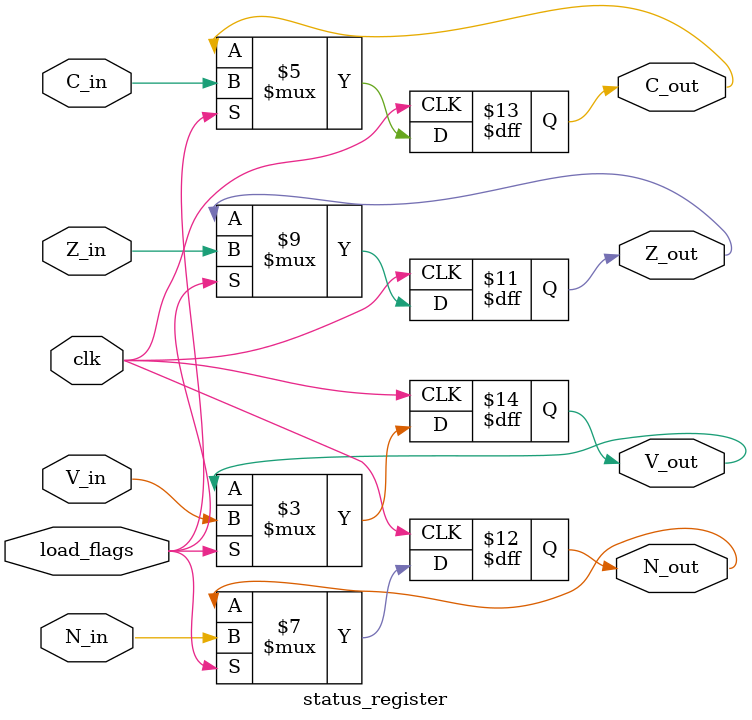
<source format=v>
module status_register (clk,
                        load_flags,
                        Z_in,
                        N_in,
                        C_in,
                        V_in,
                        Z_out,
                        N_out,
                        C_out,
                        V_out);
    input clk, load_flags;
    input Z_in, N_in, C_in, V_in;
    output reg Z_out, N_out, C_out, V_out;
    
    initial begin
        Z_out = 0;
        N_out = 0;
        C_out = 0;
        V_out = 0;
    end
    
    always @(posedge clk) begin
        if (load_flags) begin
            Z_out <= Z_in;
            N_out <= N_in;
            C_out <= C_in;
            V_out <= V_in;
        end
    end
    
endmodule

</source>
